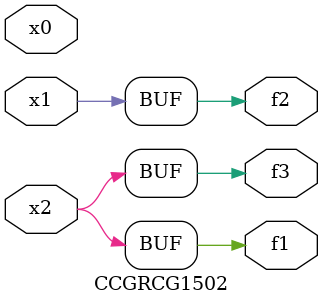
<source format=v>
module CCGRCG1502(
	input x0, x1, x2,
	output f1, f2, f3
);
	assign f1 = x2;
	assign f2 = x1;
	assign f3 = x2;
endmodule

</source>
